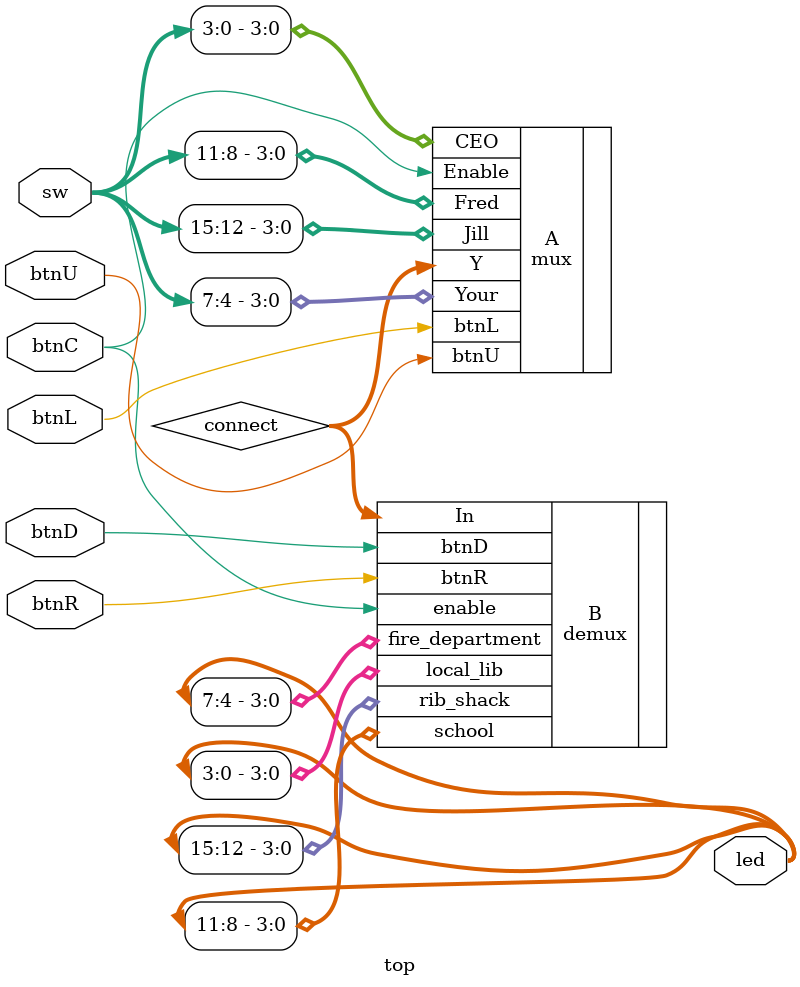
<source format=v>
module top(
    input btnC, btnL, btnU, btnD, btnR,
    input [15:0] sw,
    output [15:0] led
    );
        
//    concat(
//        .btnL(btnL),
//        .btnU(btnU)
//    )
       
    wire [3:0] connect;
    
    mux A(
        .Enable(btnC),
        .btnL(btnL),
        .btnU(btnU),
        .CEO(sw[3:0]),
        .Your(sw[7:4]),
        .Fred(sw[11:8]),
        .Jill(sw[15:12]),
        .Y(connect)
    );
    
    demux B(
        .enable(btnC),
        .btnD(btnD),
        .btnR(btnR),
        .In(connect),
        .local_lib(led[3:0]),
        .fire_department(led[7:4]),
        .school(led[11:8]),
        .rib_shack(led[15:12])
    );
    
endmodule


</source>
